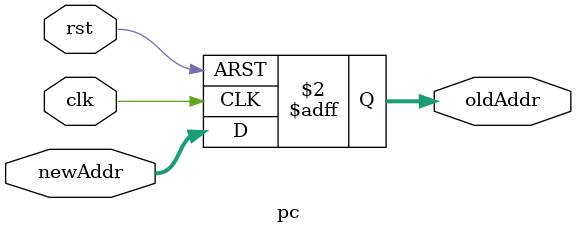
<source format=v>

module pc (

	input [63:0] newAddr,	// remove 'reg' for inputs
	input clk,
	input rst,
	output reg [63:0] oldAddr	// 'reg' is OK here since it's assigned in always block

);

	always @ (posedge clk or posedge rst) begin // "or posedge rst" makes it an asynchronous reset
		
		if (rst) begin
			oldAddr <= 64'd0;
		end
		
		else begin
			oldAddr <= newAddr;
		end
		
	end

endmodule
</source>
